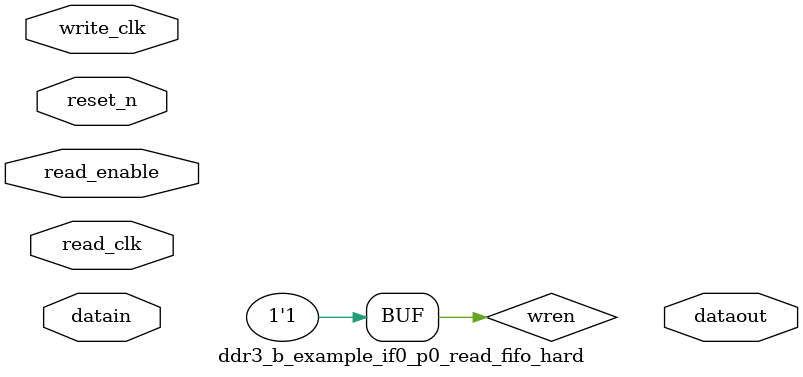
<source format=v>



`timescale 1 ps / 1 ps

module ddr3_b_example_if0_p0_read_fifo_hard(
	write_clk,
	read_clk,
	read_enable,
	reset_n,
	datain,
	dataout
);

// ******************************************************************************************************************************** 
// BEGIN PARAMETER SECTION
// All parameters default to "" will have their values passed in from higher level wrapper with the controller and driver 

parameter DQ_GROUP_WIDTH = "";

localparam RATE_MULT = 2;


// END PARAMETER SECTION
// ******************************************************************************************************************************** 

input	write_clk;
input	read_clk;
input	read_enable;
input	reset_n;
input	[DQ_GROUP_WIDTH*2-1:0] datain;
output	[RATE_MULT*DQ_GROUP_WIDTH*2-1:0] dataout;


// ******************************************************************************************************************************** 
// Instantiate write-enable circuitry inside the DQS logic block
// ******************************************************************************************************************************** 

// The read_clk is expected to be a strobe that only toggles when there
// is valid data, so wren is tied to 1
wire wren = 1'b1;
	

// ******************************************************************************************************************************** 
// Instantiate read-enable circuitry inside the DQS logic block
// ******************************************************************************************************************************** 
wire read_enable_tmp;
wire plus2_tmp;
stratixv_read_fifo_read_enable fifo_read_enable (
	.re(read_enable),
	.rclk(),
	.plus2(1'b0), 
	.areset(),
	.reout (read_enable_tmp),
	.plus2out (plus2_tmp)
);
defparam fifo_read_enable.use_stalled_read_enable = "false";

// ******************************************************************************************************************************** 
// Instantiate hard read-fifo. 
// ******************************************************************************************************************************** 
generate
genvar dq_count;
	for (dq_count=0; dq_count<DQ_GROUP_WIDTH; dq_count=dq_count+1)
	begin:read_fifos
		// The datain bus is the read data for the current DQS group
		// coming out of the DDIO. Its width is 2x of each DQS group on the
		// memory interface. The bus is ordered by time slot:
		//
		// D0_T1, D0_T0
		//
		// The dataout bus is the read data going out of the FIFO. In FR, it has
		// the same width as datain. In HR, it 2x the datain width. The bus is
		// ordered by time slot.
		//
		// FR: D0_T1, D0_T0
		// HR: D0_T3, D0_T2, D0_T1, D0_T0
		stratixv_read_fifo fifo (
			.wclk(write_clk),
			.we(wren),
			.rclk(read_clk),
			.re(read_enable_tmp),
			.areset(~reset_n),
			.plus2(plus2_tmp),
			.datain({datain[dq_count], datain[dq_count + DQ_GROUP_WIDTH]}),
			.dataout({
					dataout[dq_count + (DQ_GROUP_WIDTH * 0)],
					dataout[dq_count + (DQ_GROUP_WIDTH * 1)],
					dataout[dq_count + (DQ_GROUP_WIDTH * 2)],
					dataout[dq_count + (DQ_GROUP_WIDTH * 3)]
								})
		);
		defparam fifo.use_half_rate_read = "true";
		defparam fifo.sim_wclk_pre_delay = 100;
	end
endgenerate

endmodule

</source>
